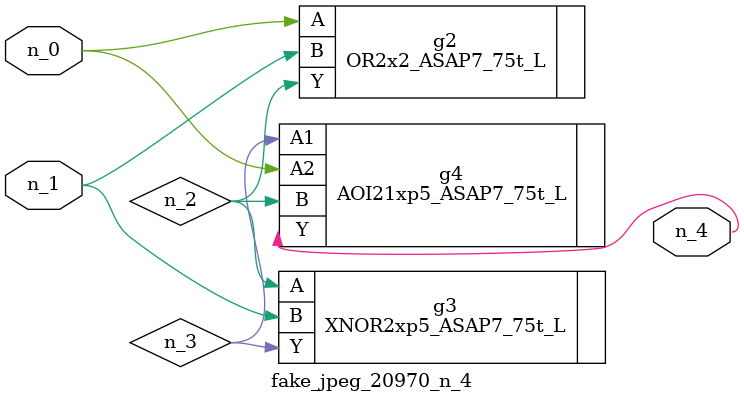
<source format=v>
module fake_jpeg_20970_n_4 (n_0, n_1, n_4);

input n_0;
input n_1;

output n_4;

wire n_2;
wire n_3;

OR2x2_ASAP7_75t_L g2 ( 
.A(n_0),
.B(n_1),
.Y(n_2)
);

XNOR2xp5_ASAP7_75t_L g3 ( 
.A(n_2),
.B(n_1),
.Y(n_3)
);

AOI21xp5_ASAP7_75t_L g4 ( 
.A1(n_3),
.A2(n_0),
.B(n_2),
.Y(n_4)
);


endmodule
</source>
